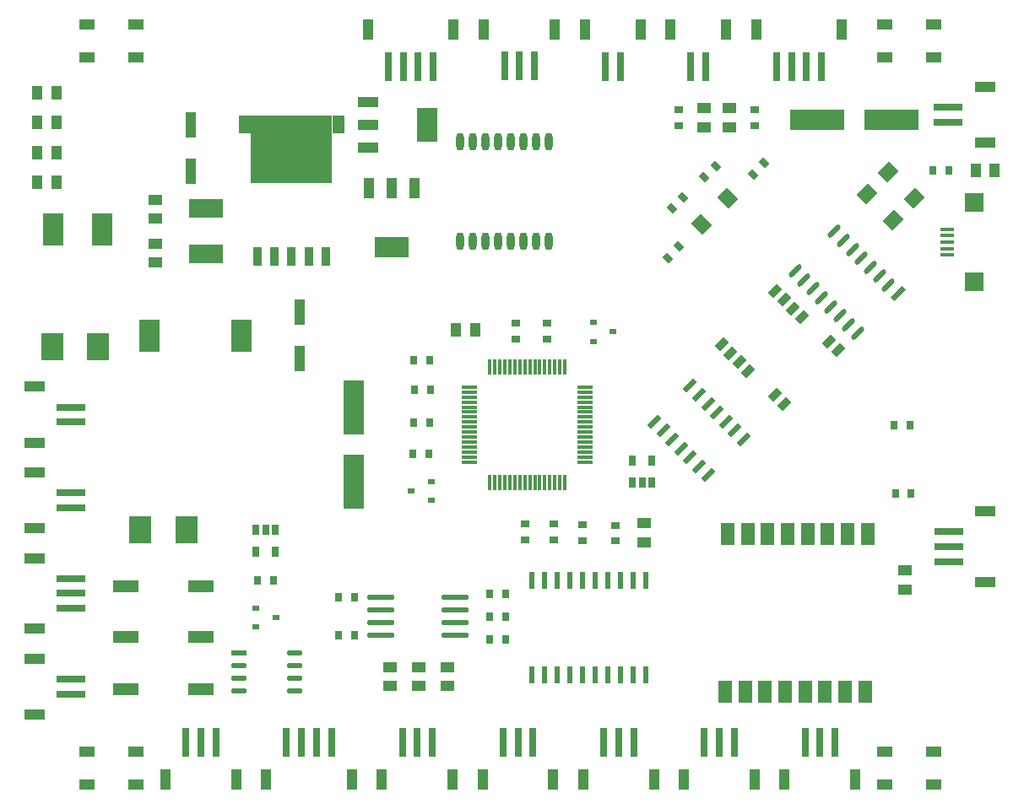
<source format=gtp>
G04*
G04 #@! TF.GenerationSoftware,Altium Limited,Altium Designer,21.2.2 (38)*
G04*
G04 Layer_Color=8421504*
%FSTAX24Y24*%
%MOIN*%
G70*
G04*
G04 #@! TF.SameCoordinates,E8B1D116-6B3C-4CC1-BC5D-0A1EC4A5AECB*
G04*
G04*
G04 #@! TF.FilePolarity,Positive*
G04*
G01*
G75*
%ADD21R,0.0276X0.0236*%
%ADD22R,0.0210X0.0670*%
%ADD23R,0.0335X0.0256*%
%ADD24R,0.0256X0.0335*%
G04:AMPARAMS|DCode=25|XSize=60mil|YSize=21mil|CornerRadius=0mil|HoleSize=0mil|Usage=FLASHONLY|Rotation=225.000|XOffset=0mil|YOffset=0mil|HoleType=Round|Shape=Rectangle|*
%AMROTATEDRECTD25*
4,1,4,0.0138,0.0286,0.0286,0.0138,-0.0138,-0.0286,-0.0286,-0.0138,0.0138,0.0286,0.0*
%
%ADD25ROTATEDRECTD25*%

%ADD26O,0.1102X0.0217*%
G04:AMPARAMS|DCode=27|XSize=33.5mil|YSize=25.6mil|CornerRadius=0mil|HoleSize=0mil|Usage=FLASHONLY|Rotation=315.000|XOffset=0mil|YOffset=0mil|HoleType=Round|Shape=Rectangle|*
%AMROTATEDRECTD27*
4,1,4,-0.0209,0.0028,-0.0028,0.0209,0.0209,-0.0028,0.0028,-0.0209,-0.0209,0.0028,0.0*
%
%ADD27ROTATEDRECTD27*%

G04:AMPARAMS|DCode=28|XSize=50mil|YSize=29.9mil|CornerRadius=0mil|HoleSize=0mil|Usage=FLASHONLY|Rotation=225.000|XOffset=0mil|YOffset=0mil|HoleType=Round|Shape=Rectangle|*
%AMROTATEDRECTD28*
4,1,4,0.0071,0.0283,0.0283,0.0071,-0.0071,-0.0283,-0.0283,-0.0071,0.0071,0.0283,0.0*
%
%ADD28ROTATEDRECTD28*%

%ADD29R,0.0610X0.0118*%
%ADD30R,0.0118X0.0610*%
%ADD31R,0.0394X0.0571*%
G04:AMPARAMS|DCode=32|XSize=63.8mil|YSize=53.9mil|CornerRadius=0mil|HoleSize=0mil|Usage=FLASHONLY|Rotation=45.000|XOffset=0mil|YOffset=0mil|HoleType=Round|Shape=Rectangle|*
%AMROTATEDRECTD32*
4,1,4,-0.0035,-0.0416,-0.0416,-0.0035,0.0035,0.0416,0.0416,0.0035,-0.0035,-0.0416,0.0*
%
%ADD32ROTATEDRECTD32*%

%ADD33R,0.0571X0.0394*%
G04:AMPARAMS|DCode=34|XSize=65mil|YSize=21.7mil|CornerRadius=0mil|HoleSize=0mil|Usage=FLASHONLY|Rotation=225.000|XOffset=0mil|YOffset=0mil|HoleType=Round|Shape=Round|*
%AMOVALD34*
21,1,0.0433,0.0217,0.0000,0.0000,225.0*
1,1,0.0217,0.0153,0.0153*
1,1,0.0217,-0.0153,-0.0153*
%
%ADD34OVALD34*%

G04:AMPARAMS|DCode=35|XSize=65mil|YSize=21.7mil|CornerRadius=0mil|HoleSize=0mil|Usage=FLASHONLY|Rotation=225.000|XOffset=0mil|YOffset=0mil|HoleType=Round|Shape=Rectangle|*
%AMROTATEDRECTD35*
4,1,4,0.0153,0.0306,0.0306,0.0153,-0.0153,-0.0306,-0.0306,-0.0153,0.0153,0.0306,0.0*
%
%ADD35ROTATEDRECTD35*%

%ADD36R,0.0531X0.0138*%
%ADD37R,0.0748X0.0748*%
%ADD38R,0.2165X0.0787*%
%ADD39R,0.0787X0.1299*%
%ADD40R,0.0433X0.0787*%
%ADD41R,0.0276X0.1142*%
%ADD42R,0.0984X0.0472*%
%ADD43R,0.1335X0.0772*%
%ADD44R,0.0787X0.0433*%
%ADD45R,0.1142X0.0276*%
%ADD46R,0.0591X0.0394*%
%ADD47R,0.0256X0.0417*%
%ADD48R,0.0551X0.0866*%
%ADD49O,0.0315X0.0709*%
G04:AMPARAMS|DCode=50|XSize=63.8mil|YSize=53.9mil|CornerRadius=0mil|HoleSize=0mil|Usage=FLASHONLY|Rotation=315.000|XOffset=0mil|YOffset=0mil|HoleType=Round|Shape=Rectangle|*
%AMROTATEDRECTD50*
4,1,4,-0.0416,0.0035,-0.0035,0.0416,0.0416,-0.0035,0.0035,-0.0416,-0.0416,0.0035,0.0*
%
%ADD50ROTATEDRECTD50*%

%ADD51R,0.0787X0.2165*%
%ADD52R,0.3200X0.2672*%
%ADD53R,0.0341X0.0770*%
%ADD54R,0.0787X0.1260*%
%ADD55R,0.0394X0.1024*%
%ADD56R,0.0787X0.1378*%
%ADD57R,0.0787X0.0394*%
%ADD58R,0.1378X0.0787*%
%ADD59R,0.0394X0.0787*%
%ADD60R,0.0866X0.1102*%
%ADD61R,0.0630X0.0217*%
%ADD62O,0.0630X0.0217*%
G36*
X019468Y037158D02*
X018957D01*
Y036486D01*
X019468D01*
Y037158D01*
D02*
G37*
G36*
X023129D02*
X022658D01*
Y036486D01*
X023129D01*
Y037158D01*
D02*
G37*
D21*
X032953Y028996D02*
D03*
Y028248D02*
D03*
X03374Y028622D02*
D03*
X026555Y021969D02*
D03*
Y022717D02*
D03*
X025768Y022343D02*
D03*
X020433Y017343D02*
D03*
X019646Y016968D02*
D03*
Y017717D02*
D03*
D22*
X035031Y018819D02*
D03*
X034532D02*
D03*
X034032D02*
D03*
X033531D02*
D03*
X033031D02*
D03*
X032531D02*
D03*
X032032D02*
D03*
X031532D02*
D03*
X031031D02*
D03*
X030531D02*
D03*
Y015059D02*
D03*
X031031D02*
D03*
X031532D02*
D03*
X032032D02*
D03*
X032531D02*
D03*
X033031D02*
D03*
X033531D02*
D03*
X034032D02*
D03*
X034532D02*
D03*
X035031D02*
D03*
D23*
X03252Y020368D02*
D03*
Y020998D02*
D03*
X029882Y028346D02*
D03*
Y028976D02*
D03*
X031122Y028346D02*
D03*
Y028976D02*
D03*
X036339Y036772D02*
D03*
Y037402D02*
D03*
X039331Y036772D02*
D03*
Y037402D02*
D03*
X031398Y020394D02*
D03*
Y021024D02*
D03*
X030256Y020394D02*
D03*
Y021024D02*
D03*
X033839Y020354D02*
D03*
Y020984D02*
D03*
D24*
X023524Y018132D02*
D03*
X022894D02*
D03*
X044882Y022244D02*
D03*
X045512D02*
D03*
X026476Y023799D02*
D03*
X025846D02*
D03*
X026496Y025039D02*
D03*
X025866D02*
D03*
X026516Y026339D02*
D03*
X025886D02*
D03*
X026496Y0275D02*
D03*
X025866D02*
D03*
X047008Y035D02*
D03*
X046378D02*
D03*
X045472Y024921D02*
D03*
X044843D02*
D03*
X02887Y016457D02*
D03*
X0295D02*
D03*
X023524Y016632D02*
D03*
X022894D02*
D03*
X0295Y018268D02*
D03*
X02887D02*
D03*
X0295Y017362D02*
D03*
X02887D02*
D03*
X020315Y018799D02*
D03*
X019685D02*
D03*
D25*
X035361Y025079D02*
D03*
X038896Y024372D02*
D03*
X038543Y024725D02*
D03*
X038189Y025079D02*
D03*
X037835Y025432D02*
D03*
X037482Y025786D02*
D03*
X037128Y026139D02*
D03*
X036775Y026493D02*
D03*
X035714Y024725D02*
D03*
X036068Y024372D02*
D03*
X036421Y024018D02*
D03*
X036775Y023665D02*
D03*
X037128Y023311D02*
D03*
X037482Y022957D02*
D03*
D26*
X0275Y016632D02*
D03*
Y017132D02*
D03*
Y017632D02*
D03*
Y018132D02*
D03*
X024547Y016632D02*
D03*
Y017132D02*
D03*
Y017632D02*
D03*
Y018132D02*
D03*
D27*
X039697Y035288D02*
D03*
X039252Y034843D02*
D03*
X036496Y033937D02*
D03*
X036051Y033492D02*
D03*
X03588Y031549D02*
D03*
X036325Y031994D02*
D03*
X037336Y034738D02*
D03*
X037782Y035183D02*
D03*
D28*
X038722Y027424D02*
D03*
X040844Y029545D02*
D03*
X039076Y02707D02*
D03*
X041197Y029192D02*
D03*
X038369Y027778D02*
D03*
X04049Y029899D02*
D03*
X038015Y028131D02*
D03*
X040137Y030252D02*
D03*
X040141Y026124D02*
D03*
X042262Y028245D02*
D03*
X040494Y02577D02*
D03*
X042615Y027892D02*
D03*
D29*
X028071Y026043D02*
D03*
Y025059D02*
D03*
Y024862D02*
D03*
Y024665D02*
D03*
Y024469D02*
D03*
Y024272D02*
D03*
Y024075D02*
D03*
Y023878D02*
D03*
Y025256D02*
D03*
Y025453D02*
D03*
Y02565D02*
D03*
Y025846D02*
D03*
Y026437D02*
D03*
Y02624D02*
D03*
Y023681D02*
D03*
Y023484D02*
D03*
X032638Y025059D02*
D03*
Y024862D02*
D03*
Y023878D02*
D03*
Y024075D02*
D03*
Y024272D02*
D03*
Y024469D02*
D03*
Y024665D02*
D03*
Y025256D02*
D03*
Y025453D02*
D03*
Y02565D02*
D03*
Y025846D02*
D03*
Y026043D02*
D03*
Y02624D02*
D03*
Y026437D02*
D03*
Y023681D02*
D03*
Y023484D02*
D03*
D30*
X030453Y027244D02*
D03*
X030256D02*
D03*
X028878D02*
D03*
X029075D02*
D03*
X029272D02*
D03*
X029469D02*
D03*
X029665D02*
D03*
X03065D02*
D03*
X030846D02*
D03*
X031043D02*
D03*
X03124D02*
D03*
X031437D02*
D03*
X029862D02*
D03*
X031831D02*
D03*
X031634D02*
D03*
X030059D02*
D03*
Y022677D02*
D03*
X030846D02*
D03*
X031043D02*
D03*
X03124D02*
D03*
X031437D02*
D03*
X031634D02*
D03*
X031831D02*
D03*
X030256D02*
D03*
X029862D02*
D03*
X029665D02*
D03*
X029469D02*
D03*
X029272D02*
D03*
X029075D02*
D03*
X030453D02*
D03*
X03065D02*
D03*
X028878D02*
D03*
D31*
X028287Y028701D02*
D03*
X027539D02*
D03*
X048051Y035D02*
D03*
X048799D02*
D03*
X011004Y03689D02*
D03*
X011752D02*
D03*
X011004Y038071D02*
D03*
X011752D02*
D03*
X011004Y034528D02*
D03*
X011752D02*
D03*
Y035709D02*
D03*
X011004D02*
D03*
D32*
X043775Y03406D02*
D03*
X044808Y033027D02*
D03*
X045635Y033893D02*
D03*
X044602Y034926D02*
D03*
D33*
X038346Y036713D02*
D03*
Y037461D02*
D03*
X037323D02*
D03*
Y036713D02*
D03*
X045276Y019193D02*
D03*
Y018445D02*
D03*
X027205Y014626D02*
D03*
Y015374D02*
D03*
X026063D02*
D03*
Y014626D02*
D03*
X024921Y015374D02*
D03*
Y014626D02*
D03*
X034957Y020313D02*
D03*
Y021061D02*
D03*
X01565Y031358D02*
D03*
Y032106D02*
D03*
Y033839D02*
D03*
Y033091D02*
D03*
D34*
X040916Y031029D02*
D03*
X041623Y030322D02*
D03*
X041977Y029968D02*
D03*
X042331Y029615D02*
D03*
X042684Y029261D02*
D03*
X043038Y028908D02*
D03*
X043391Y028554D02*
D03*
X04127Y030675D02*
D03*
X044247Y030824D02*
D03*
X0446Y03047D02*
D03*
X042479Y032592D02*
D03*
X042832Y032238D02*
D03*
X043186Y031885D02*
D03*
X04354Y031531D02*
D03*
X043893Y031177D02*
D03*
D35*
X044989Y030152D02*
D03*
D36*
X046939Y032677D02*
D03*
Y032421D02*
D03*
Y032165D02*
D03*
Y031909D02*
D03*
Y031654D02*
D03*
D37*
X047992Y03061D02*
D03*
Y03372D02*
D03*
D38*
X041791Y037008D02*
D03*
X044744D02*
D03*
D39*
X013563Y032657D02*
D03*
X011634D02*
D03*
D40*
X024055Y040571D02*
D03*
X027441D02*
D03*
X036004D02*
D03*
X038209D02*
D03*
X043307Y010945D02*
D03*
X040512D02*
D03*
X03939Y040571D02*
D03*
X042776D02*
D03*
X023425Y010945D02*
D03*
X020039D02*
D03*
X036535D02*
D03*
X039331D02*
D03*
X032559D02*
D03*
X035354D02*
D03*
X028583Y010945D02*
D03*
X031378D02*
D03*
X024606Y010945D02*
D03*
X027402D02*
D03*
X016063Y010945D02*
D03*
X018858D02*
D03*
X034823Y040571D02*
D03*
X032618D02*
D03*
X031437Y040583D02*
D03*
X028642D02*
D03*
D41*
X024862Y039114D02*
D03*
X026634Y039114D02*
D03*
X026043D02*
D03*
X025453Y039114D02*
D03*
X036811Y039114D02*
D03*
X037402D02*
D03*
X0425Y012402D02*
D03*
X041909Y012402D02*
D03*
X041319D02*
D03*
X040197Y039114D02*
D03*
X041968Y039114D02*
D03*
X041378D02*
D03*
X040787Y039114D02*
D03*
X022618Y012402D02*
D03*
X020846Y012402D02*
D03*
X021437D02*
D03*
X022028Y012402D02*
D03*
X037343Y012402D02*
D03*
X037933D02*
D03*
X038524Y012402D02*
D03*
X033366Y012402D02*
D03*
X033957D02*
D03*
X034547Y012402D02*
D03*
X02939D02*
D03*
X02998D02*
D03*
X030571Y012402D02*
D03*
X025413Y012402D02*
D03*
X026004D02*
D03*
X026594Y012402D02*
D03*
X01687D02*
D03*
X017461D02*
D03*
X018051Y012402D02*
D03*
X034016Y039114D02*
D03*
X033425D02*
D03*
X03063Y039126D02*
D03*
X030039D02*
D03*
X029449Y039126D02*
D03*
D42*
X017461Y014508D02*
D03*
X014508D02*
D03*
X014508Y018563D02*
D03*
X017461D02*
D03*
X014508Y016555D02*
D03*
X017461D02*
D03*
D43*
X017677Y033504D02*
D03*
Y031693D02*
D03*
D44*
X010886Y023071D02*
D03*
Y020866D02*
D03*
Y026457D02*
D03*
Y024252D02*
D03*
X048445Y01874D02*
D03*
Y021535D02*
D03*
X048425Y036102D02*
D03*
Y038307D02*
D03*
X010886Y019685D02*
D03*
Y01689D02*
D03*
Y015709D02*
D03*
Y013504D02*
D03*
D45*
X012343Y022264D02*
D03*
Y021673D02*
D03*
Y02565D02*
D03*
Y025059D02*
D03*
X046988Y019547D02*
D03*
Y020138D02*
D03*
X046988Y020728D02*
D03*
X046968Y036909D02*
D03*
Y0375D02*
D03*
X012343Y018878D02*
D03*
Y018287D02*
D03*
X012343Y017697D02*
D03*
X012343Y014902D02*
D03*
Y014311D02*
D03*
D46*
X046398Y039469D02*
D03*
X044468D02*
D03*
X046398Y040768D02*
D03*
X044468D02*
D03*
X014902Y039469D02*
D03*
X012972D02*
D03*
X014902Y040768D02*
D03*
X012972D02*
D03*
X014902Y010728D02*
D03*
X012972D02*
D03*
X014902Y012028D02*
D03*
X012972D02*
D03*
X044468D02*
D03*
X046398D02*
D03*
X044468Y010728D02*
D03*
X046398D02*
D03*
D47*
X035256Y022677D02*
D03*
Y023543D02*
D03*
X034882Y022677D02*
D03*
X034508D02*
D03*
Y023543D02*
D03*
X019646Y020807D02*
D03*
Y019941D02*
D03*
X02002Y020807D02*
D03*
X020394D02*
D03*
Y019941D02*
D03*
D48*
X042992Y02063D02*
D03*
X04378D02*
D03*
X042205D02*
D03*
X041417D02*
D03*
X04063D02*
D03*
X039843D02*
D03*
X039055D02*
D03*
X038268D02*
D03*
X042895Y014392D02*
D03*
X043682D02*
D03*
X042108D02*
D03*
X04132D02*
D03*
X040533D02*
D03*
X039745D02*
D03*
X038958D02*
D03*
X03817D02*
D03*
D49*
X031199Y036142D02*
D03*
X030699D02*
D03*
X030199D02*
D03*
X029699D02*
D03*
X029199D02*
D03*
X028699D02*
D03*
X028199D02*
D03*
X027699D02*
D03*
X031199Y032205D02*
D03*
X030699D02*
D03*
X030199D02*
D03*
X029699D02*
D03*
X029199D02*
D03*
X028699D02*
D03*
X028199D02*
D03*
X027699D02*
D03*
D50*
X038272Y033902D02*
D03*
X037239Y032869D02*
D03*
D51*
X023504Y022697D02*
D03*
Y02565D02*
D03*
D52*
X021043Y035822D02*
D03*
D53*
X022382Y031619D02*
D03*
X021713D02*
D03*
X021045D02*
D03*
X020374D02*
D03*
X019705D02*
D03*
D54*
X019075Y028484D02*
D03*
X015413D02*
D03*
D55*
X017047Y036791D02*
D03*
Y03498D02*
D03*
X021378Y02939D02*
D03*
Y027579D02*
D03*
D56*
X026398Y036806D02*
D03*
D57*
X024075Y035901D02*
D03*
Y036806D02*
D03*
Y037712D02*
D03*
D58*
X025Y031969D02*
D03*
D59*
X024094Y034291D02*
D03*
X025D02*
D03*
X025906D02*
D03*
D60*
X015079Y020807D02*
D03*
X01689D02*
D03*
X013406Y028051D02*
D03*
X011594D02*
D03*
D61*
X018955Y01595D02*
D03*
D62*
X018955Y01445D02*
D03*
Y01545D02*
D03*
Y01495D02*
D03*
X021165Y01595D02*
D03*
Y01545D02*
D03*
Y01495D02*
D03*
Y01445D02*
D03*
M02*

</source>
